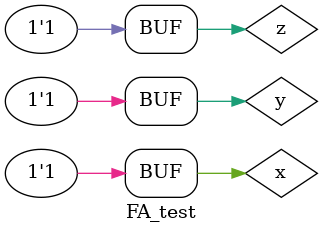
<source format=v>
`timescale 1ns / 1ps


module FA_test();

reg x,y,z;
wire c,s;

FA H1(c,s,x,y,z);

initial
begin
    x = 1'b0; y = 1'b0; z = 1'b0;
    #20 x = 1'b0; y = 1'b0; z = 1'b1;
    #20 x = 1'b0; y = 1'b1; z = 1'b0;
    #20 x = 1'b0; y = 1'b1; z = 1'b1;
    #20 x = 1'b1; y = 1'b0; z = 1'b0;
    #20 x = 1'b1; y = 1'b0; z = 1'b1;
    #20 x = 1'b1; y = 1'b1; z = 1'b0;
    #20 x = 1'b1; y = 1'b1; z = 1'b1;       
end
endmodule

</source>
